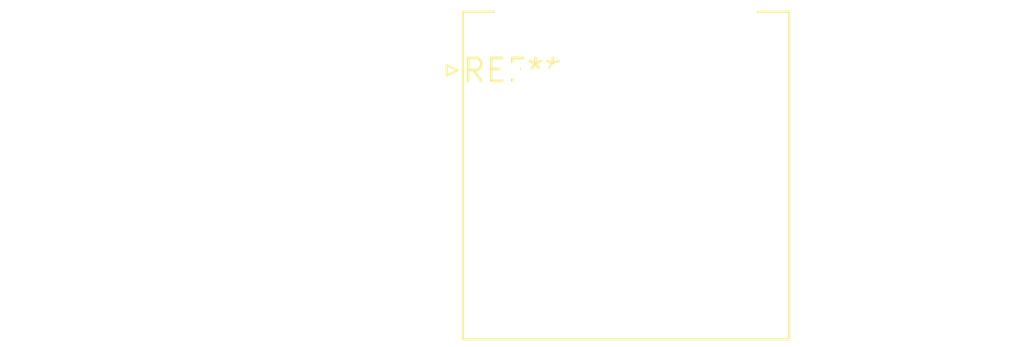
<source format=kicad_pcb>
(kicad_pcb (version 20240108) (generator pcbnew)
  (layers (0 "F.Cu" signal) (31 "B.Cu" signal) (34 "B.Paste" user) (35 "F.Paste" user) (36 "B.SilkS" user "B.Silkscreen") (37 "F.SilkS" user "F.Silkscreen") (38 "B.Mask" user) (39 "F.Mask" user) (44 "Edge.Cuts" user))
  (net 0 "")
  (footprint "JST_J2100_S12B-J21DK-GGXR_2x06_P2.50mm_Horizontal" (layer "F.Cu") (at 0 0)
    (property "Reference" "REF**")
    (property "Value" "JST_J2100_S12B-J21DK-GGXR_2x06_P2.50mm_Horizontal")
    (fp_line (start -3.6 -0.3) (end -3 0) (layer "F.SilkS") (stroke (width 0.12)))
    (fp_line (start -3.6 0.3) (end -3.6 -0.3) (layer "F.SilkS") (stroke (width 0.12)))
    (fp_line (start -3 0) (end -3.6 0.3) (layer "F.SilkS") (stroke (width 0.12)))
    (fp_line (start -2.71 -3.23) (end -2.71 14.79) (layer "F.SilkS") (stroke (width 0.12)))
    (fp_line (start -2.71 14.79) (end 6.25 14.79) (layer "F.SilkS") (stroke (width 0.12)))
    (fp_line (start -1 -3.23) (end -2.71 -3.23) (layer "F.SilkS") (stroke (width 0.12)))
    (fp_line (start 13.5 -3.23) (end 15.21 -3.23) (layer "F.SilkS") (stroke (width 0.12)))
    (fp_line (start 15.21 -3.23) (end 15.21 14.79) (layer "F.SilkS") (stroke (width 0.12)))
    (fp_line (start 15.21 14.79) (end 6.25 14.79) (layer "F.SilkS") (stroke (width 0.12)))
    (pad "" thru_hole circle (at 0 7) (size 3.4 3.4) (drill 2) (layers *.Cu *.Mask) (remove_unused_layers))
    (pad "" thru_hole circle (at 12.5 7) (size 3.4 3.4) (drill 2) (layers *.Cu *.Mask) (remove_unused_layers))
    (pad "1" thru_hole roundrect (at 0 0) (size 1.7 1.7) (drill 0.86) (layers *.Cu *.Mask) (remove_unused_layers) (roundrect_rratio 0.147059))
    (pad "2" thru_hole circle (at 2.5 0) (size 1.7 1.7) (drill 0.86) (layers *.Cu *.Mask) (remove_unused_layers))
    (pad "3" thru_hole circle (at 5 0) (size 1.7 1.7) (drill 0.86) (layers *.Cu *.Mask) (remove_unused_layers))
    (pad "4" thru_hole circle (at 7.5 0) (size 1.7 1.7) (drill 0.86) (layers *.Cu *.Mask) (remove_unused_layers))
    (pad "5" thru_hole circle (at 10 0) (size 1.7 1.7) (drill 0.86) (layers *.Cu *.Mask) (remove_unused_layers))
    (pad "6" thru_hole circle (at 12.5 0) (size 1.7 1.7) (drill 0.86) (layers *.Cu *.Mask) (remove_unused_layers))
    (pad "7" thru_hole circle (at 0 -2.5) (size 1.7 1.7) (drill 0.86) (layers *.Cu *.Mask) (remove_unused_layers))
    (pad "8" thru_hole circle (at 2.5 -2.5) (size 1.7 1.7) (drill 0.86) (layers *.Cu *.Mask) (remove_unused_layers))
    (pad "9" thru_hole circle (at 5 -2.5) (size 1.7 1.7) (drill 0.86) (layers *.Cu *.Mask) (remove_unused_layers))
    (pad "10" thru_hole circle (at 7.5 -2.5) (size 1.7 1.7) (drill 0.86) (layers *.Cu *.Mask) (remove_unused_layers))
    (pad "11" thru_hole circle (at 10 -2.5) (size 1.7 1.7) (drill 0.86) (layers *.Cu *.Mask) (remove_unused_layers))
    (pad "12" thru_hole circle (at 12.5 -2.5) (size 1.7 1.7) (drill 0.86) (layers *.Cu *.Mask) (remove_unused_layers))
  )
)
</source>
